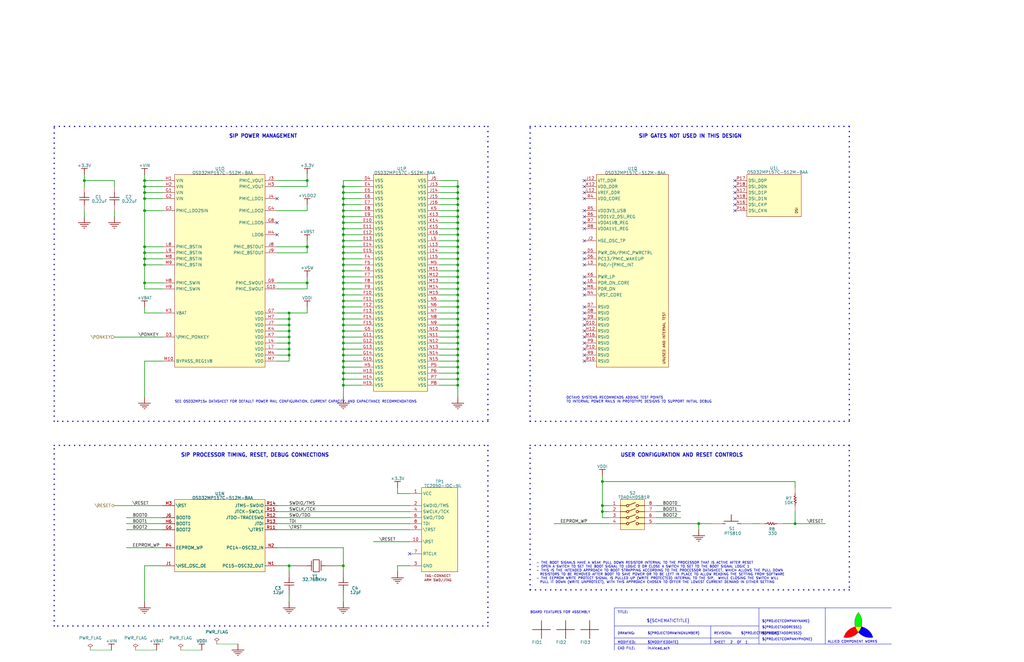
<source format=kicad_sch>
(kicad_sch (version 20210621) (generator eeschema)
  (paper "B")
  (title_block (title "<title>"))
  (junction (at 35.56 76.2) (diameter 1.016))
  (junction (at 60.96 76.2) (diameter 1.016))
  (junction (at 60.96 78.74) (diameter 1.016))
  (junction (at 60.96 81.28) (diameter 1.016))
  (junction (at 60.96 83.82) (diameter 1.016))
  (junction (at 60.96 88.9) (diameter 1.016))
  (junction (at 60.96 104.14) (diameter 1.016))
  (junction (at 60.96 106.68) (diameter 1.016))
  (junction (at 60.96 109.22) (diameter 1.016))
  (junction (at 60.96 111.76) (diameter 1.016))
  (junction (at 60.96 119.38) (diameter 1.016))
  (junction (at 121.92 132.08) (diameter 1.016))
  (junction (at 121.92 134.62) (diameter 1.016))
  (junction (at 121.92 137.16) (diameter 1.016))
  (junction (at 121.92 139.7) (diameter 1.016))
  (junction (at 121.92 142.24) (diameter 1.016))
  (junction (at 121.92 144.78) (diameter 1.016))
  (junction (at 121.92 147.32) (diameter 1.016))
  (junction (at 121.92 149.86) (diameter 1.016))
  (junction (at 121.92 238.76) (diameter 1.016))
  (junction (at 129.54 76.2) (diameter 1.016))
  (junction (at 129.54 104.14) (diameter 1.016))
  (junction (at 129.54 119.38) (diameter 1.016))
  (junction (at 144.78 78.74) (diameter 1.016))
  (junction (at 144.78 81.28) (diameter 1.016))
  (junction (at 144.78 83.82) (diameter 1.016))
  (junction (at 144.78 86.36) (diameter 1.016))
  (junction (at 144.78 88.9) (diameter 1.016))
  (junction (at 144.78 91.44) (diameter 1.016))
  (junction (at 144.78 93.98) (diameter 1.016))
  (junction (at 144.78 96.52) (diameter 1.016))
  (junction (at 144.78 99.06) (diameter 1.016))
  (junction (at 144.78 101.6) (diameter 1.016))
  (junction (at 144.78 104.14) (diameter 1.016))
  (junction (at 144.78 106.68) (diameter 1.016))
  (junction (at 144.78 109.22) (diameter 1.016))
  (junction (at 144.78 111.76) (diameter 1.016))
  (junction (at 144.78 114.3) (diameter 1.016))
  (junction (at 144.78 116.84) (diameter 1.016))
  (junction (at 144.78 119.38) (diameter 1.016))
  (junction (at 144.78 121.92) (diameter 1.016))
  (junction (at 144.78 124.46) (diameter 1.016))
  (junction (at 144.78 127) (diameter 1.016))
  (junction (at 144.78 129.54) (diameter 1.016))
  (junction (at 144.78 132.08) (diameter 1.016))
  (junction (at 144.78 134.62) (diameter 1.016))
  (junction (at 144.78 137.16) (diameter 1.016))
  (junction (at 144.78 139.7) (diameter 1.016))
  (junction (at 144.78 142.24) (diameter 1.016))
  (junction (at 144.78 144.78) (diameter 1.016))
  (junction (at 144.78 147.32) (diameter 1.016))
  (junction (at 144.78 149.86) (diameter 1.016))
  (junction (at 144.78 152.4) (diameter 1.016))
  (junction (at 144.78 154.94) (diameter 1.016))
  (junction (at 144.78 157.48) (diameter 1.016))
  (junction (at 144.78 160.02) (diameter 1.016))
  (junction (at 144.78 162.56) (diameter 1.016))
  (junction (at 144.78 238.76) (diameter 1.016))
  (junction (at 193.04 78.74) (diameter 1.016))
  (junction (at 193.04 81.28) (diameter 1.016))
  (junction (at 193.04 83.82) (diameter 1.016))
  (junction (at 193.04 86.36) (diameter 1.016))
  (junction (at 193.04 88.9) (diameter 1.016))
  (junction (at 193.04 91.44) (diameter 1.016))
  (junction (at 193.04 93.98) (diameter 1.016))
  (junction (at 193.04 96.52) (diameter 1.016))
  (junction (at 193.04 99.06) (diameter 1.016))
  (junction (at 193.04 101.6) (diameter 1.016))
  (junction (at 193.04 104.14) (diameter 1.016))
  (junction (at 193.04 106.68) (diameter 1.016))
  (junction (at 193.04 109.22) (diameter 1.016))
  (junction (at 193.04 111.76) (diameter 1.016))
  (junction (at 193.04 114.3) (diameter 1.016))
  (junction (at 193.04 116.84) (diameter 1.016))
  (junction (at 193.04 119.38) (diameter 1.016))
  (junction (at 193.04 121.92) (diameter 1.016))
  (junction (at 193.04 124.46) (diameter 1.016))
  (junction (at 193.04 127) (diameter 1.016))
  (junction (at 193.04 129.54) (diameter 1.016))
  (junction (at 193.04 132.08) (diameter 1.016))
  (junction (at 193.04 134.62) (diameter 1.016))
  (junction (at 193.04 137.16) (diameter 1.016))
  (junction (at 193.04 139.7) (diameter 1.016))
  (junction (at 193.04 142.24) (diameter 1.016))
  (junction (at 193.04 144.78) (diameter 1.016))
  (junction (at 193.04 147.32) (diameter 1.016))
  (junction (at 193.04 149.86) (diameter 1.016))
  (junction (at 193.04 152.4) (diameter 1.016))
  (junction (at 193.04 154.94) (diameter 1.016))
  (junction (at 193.04 157.48) (diameter 1.016))
  (junction (at 193.04 160.02) (diameter 1.016))
  (junction (at 193.04 162.56) (diameter 1.016))
  (junction (at 254 203.2) (diameter 1.016))
  (junction (at 254 213.36) (diameter 1.016))
  (junction (at 254 215.9) (diameter 1.016))
  (junction (at 294.64 220.98) (diameter 1.016))
  (junction (at 335.28 220.98) (diameter 1.016))
  (no_connect (at 116.84 83.82))
  (no_connect (at 116.84 93.98))
  (no_connect (at 116.84 99.06))
  (no_connect (at 172.72 233.68))
  (no_connect (at 246.38 76.2))
  (no_connect (at 246.38 78.74))
  (no_connect (at 246.38 81.28))
  (no_connect (at 246.38 83.82))
  (no_connect (at 246.38 88.9))
  (no_connect (at 246.38 91.44))
  (no_connect (at 246.38 93.98))
  (no_connect (at 246.38 96.52))
  (no_connect (at 246.38 101.6))
  (no_connect (at 246.38 106.68))
  (no_connect (at 246.38 109.22))
  (no_connect (at 246.38 111.76))
  (no_connect (at 246.38 116.84))
  (no_connect (at 246.38 119.38))
  (no_connect (at 246.38 121.92))
  (no_connect (at 246.38 124.46))
  (no_connect (at 246.38 129.54))
  (no_connect (at 246.38 132.08))
  (no_connect (at 246.38 134.62))
  (no_connect (at 246.38 137.16))
  (no_connect (at 246.38 139.7))
  (no_connect (at 246.38 142.24))
  (no_connect (at 246.38 144.78))
  (no_connect (at 246.38 147.32))
  (no_connect (at 246.38 149.86))
  (no_connect (at 246.38 152.4))
  (no_connect (at 309.88 76.2))
  (no_connect (at 309.88 78.74))
  (no_connect (at 309.88 81.28))
  (no_connect (at 309.88 83.82))
  (no_connect (at 309.88 86.36))
  (no_connect (at 309.88 88.9))
  (wire (pts (xy 35.56 73.66) (xy 35.56 76.2)) (stroke (width 0.254)))
  (wire (pts (xy 35.56 76.2) (xy 35.56 78.74)) (stroke (width 0.254)))
  (wire (pts (xy 35.56 76.2) (xy 48.26 76.2)) (stroke (width 0.254)))
  (wire (pts (xy 35.56 91.44) (xy 35.56 88.9)) (stroke (width 0.254)))
  (wire (pts (xy 38.1 274.32) (xy 46.99 274.32)))
  (wire (pts (xy 48.26 76.2) (xy 48.26 78.74)) (stroke (width 0.254)))
  (wire (pts (xy 48.26 91.44) (xy 48.26 88.9)) (stroke (width 0.254)))
  (wire (pts (xy 48.26 142.24) (xy 68.58 142.24)) (stroke (width 0.254)))
  (wire (pts (xy 57.15 274.32) (xy 66.04 274.32)))
  (wire (pts (xy 60.96 76.2) (xy 60.96 73.66)) (stroke (width 0.254)))
  (wire (pts (xy 60.96 78.74) (xy 60.96 76.2)) (stroke (width 0.254)))
  (wire (pts (xy 60.96 81.28) (xy 60.96 78.74)) (stroke (width 0.254)))
  (wire (pts (xy 60.96 83.82) (xy 60.96 81.28)) (stroke (width 0.254)))
  (wire (pts (xy 60.96 88.9) (xy 60.96 83.82)) (stroke (width 0.254)))
  (wire (pts (xy 60.96 104.14) (xy 60.96 88.9)) (stroke (width 0.254)))
  (wire (pts (xy 60.96 106.68) (xy 60.96 104.14)) (stroke (width 0.254)))
  (wire (pts (xy 60.96 109.22) (xy 60.96 106.68)) (stroke (width 0.254)))
  (wire (pts (xy 60.96 111.76) (xy 60.96 109.22)) (stroke (width 0.254)))
  (wire (pts (xy 60.96 119.38) (xy 60.96 111.76)) (stroke (width 0.254)))
  (wire (pts (xy 60.96 121.92) (xy 60.96 119.38)) (stroke (width 0.254)))
  (wire (pts (xy 60.96 132.08) (xy 60.96 129.54)) (stroke (width 0.254)))
  (wire (pts (xy 60.96 152.4) (xy 68.58 152.4)) (stroke (width 0.254)))
  (wire (pts (xy 60.96 167.64) (xy 60.96 152.4)) (stroke (width 0.254)))
  (wire (pts (xy 60.96 238.76) (xy 68.58 238.76)) (stroke (width 0.254)))
  (wire (pts (xy 60.96 254) (xy 60.96 238.76)) (stroke (width 0.254)))
  (wire (pts (xy 68.58 76.2) (xy 60.96 76.2)) (stroke (width 0.254)))
  (wire (pts (xy 68.58 78.74) (xy 60.96 78.74)) (stroke (width 0.254)))
  (wire (pts (xy 68.58 81.28) (xy 60.96 81.28)) (stroke (width 0.254)))
  (wire (pts (xy 68.58 83.82) (xy 60.96 83.82)) (stroke (width 0.254)))
  (wire (pts (xy 68.58 88.9) (xy 60.96 88.9)) (stroke (width 0.254)))
  (wire (pts (xy 68.58 104.14) (xy 60.96 104.14)) (stroke (width 0.254)))
  (wire (pts (xy 68.58 106.68) (xy 60.96 106.68)) (stroke (width 0.254)))
  (wire (pts (xy 68.58 109.22) (xy 60.96 109.22)) (stroke (width 0.254)))
  (wire (pts (xy 68.58 111.76) (xy 60.96 111.76)) (stroke (width 0.254)))
  (wire (pts (xy 68.58 119.38) (xy 60.96 119.38)) (stroke (width 0.254)))
  (wire (pts (xy 68.58 121.92) (xy 60.96 121.92)) (stroke (width 0.254)))
  (wire (pts (xy 68.58 132.08) (xy 60.96 132.08)) (stroke (width 0.254)))
  (wire (pts (xy 68.58 213.36) (xy 48.26 213.36)) (stroke (width 0.254)))
  (wire (pts (xy 68.58 218.44) (xy 53.34 218.44)) (stroke (width 0.254)))
  (wire (pts (xy 68.58 220.98) (xy 53.34 220.98)) (stroke (width 0.254)))
  (wire (pts (xy 68.58 223.52) (xy 53.34 223.52)) (stroke (width 0.254)))
  (wire (pts (xy 68.58 231.14) (xy 53.34 231.14)) (stroke (width 0.254)))
  (wire (pts (xy 76.2 274.32) (xy 85.09 274.32)))
  (wire (pts (xy 91.44 271.78) (xy 100.33 271.78)))
  (wire (pts (xy 116.84 78.74) (xy 129.54 78.74)) (stroke (width 0.254)))
  (wire (pts (xy 116.84 104.14) (xy 129.54 104.14)) (stroke (width 0.254)))
  (wire (pts (xy 116.84 106.68) (xy 129.54 106.68)) (stroke (width 0.254)))
  (wire (pts (xy 116.84 119.38) (xy 129.54 119.38)) (stroke (width 0.254)))
  (wire (pts (xy 116.84 121.92) (xy 129.54 121.92)) (stroke (width 0.254)))
  (wire (pts (xy 116.84 134.62) (xy 121.92 134.62)) (stroke (width 0.254)))
  (wire (pts (xy 116.84 137.16) (xy 121.92 137.16)) (stroke (width 0.254)))
  (wire (pts (xy 116.84 139.7) (xy 121.92 139.7)) (stroke (width 0.254)))
  (wire (pts (xy 116.84 142.24) (xy 121.92 142.24)) (stroke (width 0.254)))
  (wire (pts (xy 116.84 144.78) (xy 121.92 144.78)) (stroke (width 0.254)))
  (wire (pts (xy 116.84 149.86) (xy 121.92 149.86)) (stroke (width 0.254)))
  (wire (pts (xy 116.84 152.4) (xy 121.92 152.4)) (stroke (width 0.254)))
  (wire (pts (xy 116.84 231.14) (xy 144.78 231.14)) (stroke (width 0.254)))
  (wire (pts (xy 116.84 238.76) (xy 121.92 238.76)) (stroke (width 0.254)))
  (wire (pts (xy 121.92 132.08) (xy 116.84 132.08)) (stroke (width 0.254)))
  (wire (pts (xy 121.92 132.08) (xy 129.54 132.08)) (stroke (width 0.254)))
  (wire (pts (xy 121.92 134.62) (xy 121.92 132.08)) (stroke (width 0.254)))
  (wire (pts (xy 121.92 137.16) (xy 121.92 134.62)) (stroke (width 0.254)))
  (wire (pts (xy 121.92 139.7) (xy 121.92 137.16)) (stroke (width 0.254)))
  (wire (pts (xy 121.92 142.24) (xy 121.92 139.7)) (stroke (width 0.254)))
  (wire (pts (xy 121.92 144.78) (xy 121.92 142.24)) (stroke (width 0.254)))
  (wire (pts (xy 121.92 147.32) (xy 116.84 147.32)) (stroke (width 0.254)))
  (wire (pts (xy 121.92 147.32) (xy 121.92 144.78)) (stroke (width 0.254)))
  (wire (pts (xy 121.92 149.86) (xy 121.92 147.32)) (stroke (width 0.254)))
  (wire (pts (xy 121.92 152.4) (xy 121.92 149.86)) (stroke (width 0.254)))
  (wire (pts (xy 121.92 238.76) (xy 124.46 238.76)) (stroke (width 0.254)))
  (wire (pts (xy 121.92 241.3) (xy 121.92 238.76)) (stroke (width 0.254)))
  (wire (pts (xy 121.92 254) (xy 121.92 251.46)) (stroke (width 0.254)))
  (wire (pts (xy 129.54 73.66) (xy 129.54 76.2)) (stroke (width 0.254)))
  (wire (pts (xy 129.54 76.2) (xy 116.84 76.2)) (stroke (width 0.254)))
  (wire (pts (xy 129.54 78.74) (xy 129.54 76.2)) (stroke (width 0.254)))
  (wire (pts (xy 129.54 86.36) (xy 129.54 88.9)) (stroke (width 0.254)))
  (wire (pts (xy 129.54 88.9) (xy 116.84 88.9)) (stroke (width 0.254)))
  (wire (pts (xy 129.54 104.14) (xy 129.54 101.6)) (stroke (width 0.254)))
  (wire (pts (xy 129.54 106.68) (xy 129.54 104.14)) (stroke (width 0.254)))
  (wire (pts (xy 129.54 119.38) (xy 129.54 116.84)) (stroke (width 0.254)))
  (wire (pts (xy 129.54 121.92) (xy 129.54 119.38)) (stroke (width 0.254)))
  (wire (pts (xy 129.54 132.08) (xy 129.54 129.54)) (stroke (width 0.254)))
  (wire (pts (xy 144.78 76.2) (xy 144.78 78.74)) (stroke (width 0.254)))
  (wire (pts (xy 144.78 78.74) (xy 144.78 81.28)) (stroke (width 0.254)))
  (wire (pts (xy 144.78 81.28) (xy 144.78 83.82)) (stroke (width 0.254)))
  (wire (pts (xy 144.78 83.82) (xy 144.78 86.36)) (stroke (width 0.254)))
  (wire (pts (xy 144.78 86.36) (xy 144.78 88.9)) (stroke (width 0.254)))
  (wire (pts (xy 144.78 88.9) (xy 144.78 91.44)) (stroke (width 0.254)))
  (wire (pts (xy 144.78 91.44) (xy 144.78 93.98)) (stroke (width 0.254)))
  (wire (pts (xy 144.78 93.98) (xy 144.78 96.52)) (stroke (width 0.254)))
  (wire (pts (xy 144.78 96.52) (xy 144.78 99.06)) (stroke (width 0.254)))
  (wire (pts (xy 144.78 99.06) (xy 144.78 101.6)) (stroke (width 0.254)))
  (wire (pts (xy 144.78 101.6) (xy 144.78 104.14)) (stroke (width 0.254)))
  (wire (pts (xy 144.78 104.14) (xy 144.78 106.68)) (stroke (width 0.254)))
  (wire (pts (xy 144.78 106.68) (xy 144.78 109.22)) (stroke (width 0.254)))
  (wire (pts (xy 144.78 109.22) (xy 144.78 111.76)) (stroke (width 0.254)))
  (wire (pts (xy 144.78 111.76) (xy 144.78 114.3)) (stroke (width 0.254)))
  (wire (pts (xy 144.78 114.3) (xy 144.78 116.84)) (stroke (width 0.254)))
  (wire (pts (xy 144.78 116.84) (xy 144.78 119.38)) (stroke (width 0.254)))
  (wire (pts (xy 144.78 119.38) (xy 144.78 121.92)) (stroke (width 0.254)))
  (wire (pts (xy 144.78 121.92) (xy 144.78 124.46)) (stroke (width 0.254)))
  (wire (pts (xy 144.78 124.46) (xy 144.78 127)) (stroke (width 0.254)))
  (wire (pts (xy 144.78 127) (xy 144.78 129.54)) (stroke (width 0.254)))
  (wire (pts (xy 144.78 129.54) (xy 144.78 132.08)) (stroke (width 0.254)))
  (wire (pts (xy 144.78 132.08) (xy 144.78 134.62)) (stroke (width 0.254)))
  (wire (pts (xy 144.78 134.62) (xy 144.78 137.16)) (stroke (width 0.254)))
  (wire (pts (xy 144.78 137.16) (xy 144.78 139.7)) (stroke (width 0.254)))
  (wire (pts (xy 144.78 139.7) (xy 144.78 142.24)) (stroke (width 0.254)))
  (wire (pts (xy 144.78 142.24) (xy 144.78 144.78)) (stroke (width 0.254)))
  (wire (pts (xy 144.78 144.78) (xy 144.78 147.32)) (stroke (width 0.254)))
  (wire (pts (xy 144.78 147.32) (xy 144.78 149.86)) (stroke (width 0.254)))
  (wire (pts (xy 144.78 149.86) (xy 144.78 152.4)) (stroke (width 0.254)))
  (wire (pts (xy 144.78 152.4) (xy 144.78 154.94)) (stroke (width 0.254)))
  (wire (pts (xy 144.78 154.94) (xy 144.78 157.48)) (stroke (width 0.254)))
  (wire (pts (xy 144.78 157.48) (xy 144.78 160.02)) (stroke (width 0.254)))
  (wire (pts (xy 144.78 160.02) (xy 144.78 162.56)) (stroke (width 0.254)))
  (wire (pts (xy 144.78 162.56) (xy 144.78 167.64)) (stroke (width 0.254)))
  (wire (pts (xy 144.78 231.14) (xy 144.78 238.76)) (stroke (width 0.254)))
  (wire (pts (xy 144.78 238.76) (xy 142.24 238.76)) (stroke (width 0.254)))
  (wire (pts (xy 144.78 238.76) (xy 144.78 241.3)) (stroke (width 0.254)))
  (wire (pts (xy 144.78 254) (xy 144.78 251.46)) (stroke (width 0.254)))
  (wire (pts (xy 152.4 76.2) (xy 144.78 76.2)) (stroke (width 0.254)))
  (wire (pts (xy 152.4 78.74) (xy 144.78 78.74)) (stroke (width 0.254)))
  (wire (pts (xy 152.4 81.28) (xy 144.78 81.28)) (stroke (width 0.254)))
  (wire (pts (xy 152.4 83.82) (xy 144.78 83.82)) (stroke (width 0.254)))
  (wire (pts (xy 152.4 86.36) (xy 144.78 86.36)) (stroke (width 0.254)))
  (wire (pts (xy 152.4 88.9) (xy 144.78 88.9)) (stroke (width 0.254)))
  (wire (pts (xy 152.4 91.44) (xy 144.78 91.44)) (stroke (width 0.254)))
  (wire (pts (xy 152.4 93.98) (xy 144.78 93.98)) (stroke (width 0.254)))
  (wire (pts (xy 152.4 96.52) (xy 144.78 96.52)) (stroke (width 0.254)))
  (wire (pts (xy 152.4 99.06) (xy 144.78 99.06)) (stroke (width 0.254)))
  (wire (pts (xy 152.4 101.6) (xy 144.78 101.6)) (stroke (width 0.254)))
  (wire (pts (xy 152.4 104.14) (xy 144.78 104.14)) (stroke (width 0.254)))
  (wire (pts (xy 152.4 106.68) (xy 144.78 106.68)) (stroke (width 0.254)))
  (wire (pts (xy 152.4 109.22) (xy 144.78 109.22)) (stroke (width 0.254)))
  (wire (pts (xy 152.4 111.76) (xy 144.78 111.76)) (stroke (width 0.254)))
  (wire (pts (xy 152.4 114.3) (xy 144.78 114.3)) (stroke (width 0.254)))
  (wire (pts (xy 152.4 116.84) (xy 144.78 116.84)) (stroke (width 0.254)))
  (wire (pts (xy 152.4 119.38) (xy 144.78 119.38)) (stroke (width 0.254)))
  (wire (pts (xy 152.4 121.92) (xy 144.78 121.92)) (stroke (width 0.254)))
  (wire (pts (xy 152.4 124.46) (xy 144.78 124.46)) (stroke (width 0.254)))
  (wire (pts (xy 152.4 127) (xy 144.78 127)) (stroke (width 0.254)))
  (wire (pts (xy 152.4 129.54) (xy 144.78 129.54)) (stroke (width 0.254)))
  (wire (pts (xy 152.4 132.08) (xy 144.78 132.08)) (stroke (width 0.254)))
  (wire (pts (xy 152.4 134.62) (xy 144.78 134.62)) (stroke (width 0.254)))
  (wire (pts (xy 152.4 137.16) (xy 144.78 137.16)) (stroke (width 0.254)))
  (wire (pts (xy 152.4 139.7) (xy 144.78 139.7)) (stroke (width 0.254)))
  (wire (pts (xy 152.4 142.24) (xy 144.78 142.24)) (stroke (width 0.254)))
  (wire (pts (xy 152.4 144.78) (xy 144.78 144.78)) (stroke (width 0.254)))
  (wire (pts (xy 152.4 147.32) (xy 144.78 147.32)) (stroke (width 0.254)))
  (wire (pts (xy 152.4 149.86) (xy 144.78 149.86)) (stroke (width 0.254)))
  (wire (pts (xy 152.4 152.4) (xy 144.78 152.4)) (stroke (width 0.254)))
  (wire (pts (xy 152.4 154.94) (xy 144.78 154.94)) (stroke (width 0.254)))
  (wire (pts (xy 152.4 157.48) (xy 144.78 157.48)) (stroke (width 0.254)))
  (wire (pts (xy 152.4 160.02) (xy 144.78 160.02)) (stroke (width 0.254)))
  (wire (pts (xy 152.4 162.56) (xy 144.78 162.56)) (stroke (width 0.254)))
  (wire (pts (xy 167.64 208.28) (xy 167.64 205.74)) (stroke (width 0.254)))
  (wire (pts (xy 167.64 238.76) (xy 167.64 241.3)) (stroke (width 0.254)))
  (wire (pts (xy 172.72 208.28) (xy 167.64 208.28)) (stroke (width 0.254)))
  (wire (pts (xy 172.72 213.36) (xy 116.84 213.36)) (stroke (width 0.254)))
  (wire (pts (xy 172.72 215.9) (xy 116.84 215.9)) (stroke (width 0.254)))
  (wire (pts (xy 172.72 218.44) (xy 116.84 218.44)) (stroke (width 0.254)))
  (wire (pts (xy 172.72 220.98) (xy 116.84 220.98)) (stroke (width 0.254)))
  (wire (pts (xy 172.72 223.52) (xy 116.84 223.52)) (stroke (width 0.254)))
  (wire (pts (xy 172.72 228.6) (xy 157.48 228.6)) (stroke (width 0.254)))
  (wire (pts (xy 172.72 238.76) (xy 167.64 238.76)) (stroke (width 0.254)))
  (wire (pts (xy 185.42 76.2) (xy 193.04 76.2)) (stroke (width 0.254)))
  (wire (pts (xy 193.04 76.2) (xy 193.04 78.74)) (stroke (width 0.254)))
  (wire (pts (xy 193.04 78.74) (xy 185.42 78.74)) (stroke (width 0.254)))
  (wire (pts (xy 193.04 78.74) (xy 193.04 81.28)) (stroke (width 0.254)))
  (wire (pts (xy 193.04 81.28) (xy 185.42 81.28)) (stroke (width 0.254)))
  (wire (pts (xy 193.04 81.28) (xy 193.04 83.82)) (stroke (width 0.254)))
  (wire (pts (xy 193.04 83.82) (xy 185.42 83.82)) (stroke (width 0.254)))
  (wire (pts (xy 193.04 83.82) (xy 193.04 86.36)) (stroke (width 0.254)))
  (wire (pts (xy 193.04 86.36) (xy 185.42 86.36)) (stroke (width 0.254)))
  (wire (pts (xy 193.04 86.36) (xy 193.04 88.9)) (stroke (width 0.254)))
  (wire (pts (xy 193.04 88.9) (xy 185.42 88.9)) (stroke (width 0.254)))
  (wire (pts (xy 193.04 88.9) (xy 193.04 91.44)) (stroke (width 0.254)))
  (wire (pts (xy 193.04 91.44) (xy 185.42 91.44)) (stroke (width 0.254)))
  (wire (pts (xy 193.04 91.44) (xy 193.04 93.98)) (stroke (width 0.254)))
  (wire (pts (xy 193.04 93.98) (xy 185.42 93.98)) (stroke (width 0.254)))
  (wire (pts (xy 193.04 93.98) (xy 193.04 96.52)) (stroke (width 0.254)))
  (wire (pts (xy 193.04 96.52) (xy 185.42 96.52)) (stroke (width 0.254)))
  (wire (pts (xy 193.04 96.52) (xy 193.04 99.06)) (stroke (width 0.254)))
  (wire (pts (xy 193.04 99.06) (xy 185.42 99.06)) (stroke (width 0.254)))
  (wire (pts (xy 193.04 99.06) (xy 193.04 101.6)) (stroke (width 0.254)))
  (wire (pts (xy 193.04 101.6) (xy 185.42 101.6)) (stroke (width 0.254)))
  (wire (pts (xy 193.04 101.6) (xy 193.04 104.14)) (stroke (width 0.254)))
  (wire (pts (xy 193.04 104.14) (xy 185.42 104.14)) (stroke (width 0.254)))
  (wire (pts (xy 193.04 104.14) (xy 193.04 106.68)) (stroke (width 0.254)))
  (wire (pts (xy 193.04 106.68) (xy 185.42 106.68)) (stroke (width 0.254)))
  (wire (pts (xy 193.04 106.68) (xy 193.04 109.22)) (stroke (width 0.254)))
  (wire (pts (xy 193.04 109.22) (xy 185.42 109.22)) (stroke (width 0.254)))
  (wire (pts (xy 193.04 109.22) (xy 193.04 111.76)) (stroke (width 0.254)))
  (wire (pts (xy 193.04 111.76) (xy 185.42 111.76)) (stroke (width 0.254)))
  (wire (pts (xy 193.04 111.76) (xy 193.04 114.3)) (stroke (width 0.254)))
  (wire (pts (xy 193.04 114.3) (xy 185.42 114.3)) (stroke (width 0.254)))
  (wire (pts (xy 193.04 114.3) (xy 193.04 116.84)) (stroke (width 0.254)))
  (wire (pts (xy 193.04 116.84) (xy 185.42 116.84)) (stroke (width 0.254)))
  (wire (pts (xy 193.04 116.84) (xy 193.04 119.38)) (stroke (width 0.254)))
  (wire (pts (xy 193.04 119.38) (xy 185.42 119.38)) (stroke (width 0.254)))
  (wire (pts (xy 193.04 119.38) (xy 193.04 121.92)) (stroke (width 0.254)))
  (wire (pts (xy 193.04 121.92) (xy 185.42 121.92)) (stroke (width 0.254)))
  (wire (pts (xy 193.04 121.92) (xy 193.04 124.46)) (stroke (width 0.254)))
  (wire (pts (xy 193.04 124.46) (xy 185.42 124.46)) (stroke (width 0.254)))
  (wire (pts (xy 193.04 124.46) (xy 193.04 127)) (stroke (width 0.254)))
  (wire (pts (xy 193.04 127) (xy 185.42 127)) (stroke (width 0.254)))
  (wire (pts (xy 193.04 127) (xy 193.04 129.54)) (stroke (width 0.254)))
  (wire (pts (xy 193.04 129.54) (xy 185.42 129.54)) (stroke (width 0.254)))
  (wire (pts (xy 193.04 129.54) (xy 193.04 132.08)) (stroke (width 0.254)))
  (wire (pts (xy 193.04 132.08) (xy 185.42 132.08)) (stroke (width 0.254)))
  (wire (pts (xy 193.04 132.08) (xy 193.04 134.62)) (stroke (width 0.254)))
  (wire (pts (xy 193.04 134.62) (xy 185.42 134.62)) (stroke (width 0.254)))
  (wire (pts (xy 193.04 134.62) (xy 193.04 137.16)) (stroke (width 0.254)))
  (wire (pts (xy 193.04 137.16) (xy 185.42 137.16)) (stroke (width 0.254)))
  (wire (pts (xy 193.04 137.16) (xy 193.04 139.7)) (stroke (width 0.254)))
  (wire (pts (xy 193.04 139.7) (xy 185.42 139.7)) (stroke (width 0.254)))
  (wire (pts (xy 193.04 139.7) (xy 193.04 142.24)) (stroke (width 0.254)))
  (wire (pts (xy 193.04 142.24) (xy 185.42 142.24)) (stroke (width 0.254)))
  (wire (pts (xy 193.04 142.24) (xy 193.04 144.78)) (stroke (width 0.254)))
  (wire (pts (xy 193.04 144.78) (xy 185.42 144.78)) (stroke (width 0.254)))
  (wire (pts (xy 193.04 144.78) (xy 193.04 147.32)) (stroke (width 0.254)))
  (wire (pts (xy 193.04 147.32) (xy 185.42 147.32)) (stroke (width 0.254)))
  (wire (pts (xy 193.04 147.32) (xy 193.04 149.86)) (stroke (width 0.254)))
  (wire (pts (xy 193.04 149.86) (xy 185.42 149.86)) (stroke (width 0.254)))
  (wire (pts (xy 193.04 149.86) (xy 193.04 152.4)) (stroke (width 0.254)))
  (wire (pts (xy 193.04 152.4) (xy 185.42 152.4)) (stroke (width 0.254)))
  (wire (pts (xy 193.04 152.4) (xy 193.04 154.94)) (stroke (width 0.254)))
  (wire (pts (xy 193.04 154.94) (xy 185.42 154.94)) (stroke (width 0.254)))
  (wire (pts (xy 193.04 154.94) (xy 193.04 157.48)) (stroke (width 0.254)))
  (wire (pts (xy 193.04 157.48) (xy 185.42 157.48)) (stroke (width 0.254)))
  (wire (pts (xy 193.04 157.48) (xy 193.04 160.02)) (stroke (width 0.254)))
  (wire (pts (xy 193.04 160.02) (xy 185.42 160.02)) (stroke (width 0.254)))
  (wire (pts (xy 193.04 160.02) (xy 193.04 162.56)) (stroke (width 0.254)))
  (wire (pts (xy 193.04 162.56) (xy 185.42 162.56)) (stroke (width 0.254)))
  (wire (pts (xy 193.04 162.56) (xy 193.04 167.64)) (stroke (width 0.254)))
  (wire (pts (xy 254 203.2) (xy 254 200.66)) (stroke (width 0.254)))
  (wire (pts (xy 254 203.2) (xy 335.28 203.2)) (stroke (width 0.254)))
  (wire (pts (xy 254 213.36) (xy 254 203.2)) (stroke (width 0.254)))
  (wire (pts (xy 254 215.9) (xy 254 213.36)) (stroke (width 0.254)))
  (wire (pts (xy 254 218.44) (xy 254 215.9)) (stroke (width 0.254)))
  (wire (pts (xy 256.54 213.36) (xy 254 213.36)) (stroke (width 0.254)))
  (wire (pts (xy 256.54 215.9) (xy 254 215.9)) (stroke (width 0.254)))
  (wire (pts (xy 256.54 218.44) (xy 254 218.44)) (stroke (width 0.254)))
  (wire (pts (xy 256.54 220.98) (xy 233.68 220.98)) (stroke (width 0.254)))
  (wire (pts (xy 276.86 213.36) (xy 287.02 213.36)) (stroke (width 0.254)))
  (wire (pts (xy 276.86 215.9) (xy 287.02 215.9)) (stroke (width 0.254)))
  (wire (pts (xy 276.86 218.44) (xy 287.02 218.44)) (stroke (width 0.254)))
  (wire (pts (xy 276.86 220.98) (xy 294.64 220.98)) (stroke (width 0.254)))
  (wire (pts (xy 294.64 220.98) (xy 299.72 220.98)) (stroke (width 0.254)))
  (wire (pts (xy 294.64 223.52) (xy 294.64 220.98)) (stroke (width 0.254)))
  (wire (pts (xy 317.5 220.98) (xy 320.04 220.98)) (stroke (width 0.254)))
  (wire (pts (xy 330.2 220.98) (xy 335.28 220.98)) (stroke (width 0.254)))
  (wire (pts (xy 335.28 203.2) (xy 335.28 205.74)) (stroke (width 0.254)))
  (wire (pts (xy 335.28 215.9) (xy 335.28 220.98)) (stroke (width 0.254)))
  (wire (pts (xy 335.28 220.98) (xy 347.98 220.98)) (stroke (width 0.254)))
  (polyline (pts (xy 22.86 53.34) (xy 205.74 53.34)) (stroke (width 0.508) (type dot)))
  (polyline (pts (xy 22.86 177.8) (xy 22.86 53.34)) (stroke (width 0.508) (type dot)))
  (polyline (pts (xy 22.86 187.96) (xy 205.74 187.96)) (stroke (width 0.508) (type dot)))
  (polyline (pts (xy 22.86 264.16) (xy 22.86 187.96)) (stroke (width 0.508) (type dot)))
  (polyline (pts (xy 205.74 53.34) (xy 205.74 177.8)) (stroke (width 0.508) (type dot)))
  (polyline (pts (xy 205.74 177.8) (xy 22.86 177.8)) (stroke (width 0.508) (type dot)))
  (polyline (pts (xy 205.74 187.96) (xy 205.74 264.16)) (stroke (width 0.508) (type dot)))
  (polyline (pts (xy 205.74 264.16) (xy 22.86 264.16)) (stroke (width 0.508) (type dot)))
  (polyline (pts (xy 223.52 53.34) (xy 358.14 53.34)) (stroke (width 0.508) (type dot)))
  (polyline (pts (xy 223.52 177.8) (xy 223.52 53.34)) (stroke (width 0.508) (type dot)))
  (polyline (pts (xy 223.52 187.96) (xy 358.14 187.96)) (stroke (width 0.508) (type dot)))
  (polyline (pts (xy 223.52 248.92) (xy 223.52 187.96)) (stroke (width 0.508) (type dot)))
  (polyline (pts (xy 259.08 256.54) (xy 259.08 274.32)) (stroke (width 0) (type solid)))
  (polyline (pts (xy 259.08 264.16) (xy 320.04 264.16)) (stroke (width 0) (type solid)))
  (polyline (pts (xy 259.08 269.24) (xy 320.04 269.24)) (stroke (width 0) (type solid)))
  (polyline (pts (xy 299.72 264.16) (xy 299.72 271.78)) (stroke (width 0) (type solid)))
  (polyline (pts (xy 320.04 256.54) (xy 320.04 271.78)) (stroke (width 0) (type solid)))
  (polyline (pts (xy 347.98 256.54) (xy 259.08 256.54)) (stroke (width 0) (type solid)))
  (polyline (pts (xy 347.98 256.54) (xy 347.98 271.78)) (stroke (width 0) (type solid)))
  (polyline (pts (xy 350.52 271.78) (xy 259.08 271.78)) (stroke (width 0) (type solid)))
  (polyline (pts (xy 350.52 271.78) (xy 375.92 271.78)) (stroke (width 0) (type solid)))
  (polyline (pts (xy 358.14 53.34) (xy 358.14 177.8)) (stroke (width 0.508) (type dot)))
  (polyline (pts (xy 358.14 177.8) (xy 223.52 177.8)) (stroke (width 0.508) (type dot)))
  (polyline (pts (xy 358.14 187.96) (xy 358.14 248.92)) (stroke (width 0.508) (type dot)))
  (polyline (pts (xy 358.14 248.92) (xy 223.52 248.92)) (stroke (width 0.508) (type dot)))
  (polyline (pts (xy 375.92 256.54) (xy 347.98 256.54)) (stroke (width 0) (type solid)))
  (image (at 361.9499 263.7911) (scale 1.0135))
  (text "SEE OSD32MP15x DATASHEET FOR DEFAULT POWER RAIL CONFIGURATION, CURRENT CAPACITY, AND CAPACITANCE RECOMMENDATIONS\n" (at 73.66 170.18 0) (effects (font (size 1.016 1.016)) (justify left bottom)))
  (text "SIP PROCESSOR TIMING, RESET, DEBUG CONNECTIONS" (at 76.2 193.04 180) (effects (font (size 1.524 1.524) bold) (justify left bottom)))
  (text "SIP POWER MANAGEMENT" (at 96.52 58.42 180) (effects (font (size 1.524 1.524) bold) (justify left bottom)))
  (text "BOARD FEATURES FOR ASSEMBLY" (at 223.52 259.08 180) (effects (font (size 1.016 1.016)) (justify left bottom)))
  (text "- THE BOOT SIGNALS HAVE A WEAK PULL DOWN RESISTOR INTERNAL TO THE PROCESSOR THAT IS ACTIVE AFTER RESET\n- OPEN A SWITCH TO SET THE BOOT SIGNAL TO LOGIC 0 OR CLOSE A SWITCH TO SET TO THE BOOT SIGNAL LOGIC 1\n- THIS IS THE INTENDED APPROACH TO BOOT STRAPPING ACCORDING TO THE PROCESSOR DATASHEET, WHICH ALLOWS THE PULL DOWN \n  RESISTORS TO BE REMOVED AFTER BOOT TO SAVE POWER OR TO BE LEFT IN PLACE TO ALLOW READING THE SETTING FROM SOFTWARE\n- THE EEPROM WRITE PROTECT SIGNAL IS PULLED UP (WRITE PROTECTED) INTERNAL TO THE SIP,  WHILE CLOSING THE SWITCH WILL \n  PULL IT DOWN (WRITE UNPROTECT), WITH THIS APPROACH CHOSEN TO OFFER THE LOWEST CURRENT DEMAND IN EITHER SETTING\n" (at 226.06 246.38 0) (effects (font (size 1.016 1.016)) (justify left bottom)))
  (text "OCTAVO SYSTEMS RECOMMENDS ADDING TEST POINTS \nTO INTERNAL POWER RAILS IN PROTOTYPE DESIGNS TO SUPPORT INITIAL DEBUG\n" (at 238.76 170.18 0) (effects (font (size 1.016 1.016)) (justify left bottom)))
  (text "TITLE:" (at 260.35 259.08 180) (effects (font (size 1.016 1.016)) (justify left bottom)))
  (text "DRAWING:" (at 260.35 267.97 180) (effects (font (size 1.016 1.016)) (justify left bottom)))
  (text "MODIFIED:" (at 260.35 271.78 180) (effects (font (size 1.016 1.016)) (justify left bottom)))
  (text "CAD FILE:" (at 260.35 274.32 180) (effects (font (size 1.016 1.016)) (justify left bottom)))
  (text "USER CONFIGURATION AND RESET CONTROLS" (at 261.62 193.04 180) (effects (font (size 1.524 1.524) bold) (justify left bottom)))
  (text "SIP GATES NOT USED IN THIS DESIGN" (at 269.24 58.42 180) (effects (font (size 1.524 1.524) bold) (justify left bottom)))
  (text "${PROJECTDRAWINGNUMBER}" (at 273.05 267.97 180) (effects (font (size 1.016 1.016)) (justify left bottom)))
  (text "${MODIFIEDDATE}" (at 273.05 271.78 180) (effects (font (size 1.016 1.016)) (justify left bottom)))
  (text "${FILENAME}" (at 273.05 274.32 180) (effects (font (size 1.016 1.016)) (justify left bottom)))
  (text "${SCHEMATICTITLE}" (at 290.83 262.89 180) (effects (font (size 1.27 1.27)) (justify right bottom)))
  (text "REVISION:" (at 300.99 267.97 180) (effects (font (size 1.016 1.016)) (justify left bottom)))
  (text "SHEET" (at 300.99 271.78 180) (effects (font (size 1.016 1.016)) (justify left bottom)))
  (text "${#}" (at 307.848 271.78 180) (effects (font (size 1.016 1.016)) (justify left bottom)))
  (text "OF" (at 310.642 271.78 180) (effects (font (size 1.016 1.016)) (justify left bottom)))
  (text "${PROJECTREVISION}" (at 312.42 267.97 180) (effects (font (size 1.016 1.016)) (justify left bottom)))
  (text "${##}" (at 314.198 271.78 180) (effects (font (size 1.016 1.016)) (justify left bottom)))
  (text "${PROJECTCOMPANYNAME}" (at 321.31 262.89 180) (effects (font (size 1.016 1.016)) (justify left bottom)))
  (text "${PROJECTADDRESS1}" (at 321.31 265.43 180) (effects (font (size 1.016 1.016)) (justify left bottom)))
  (text "${PROJECTADDRESS2}" (at 321.31 267.97 180) (effects (font (size 1.016 1.016)) (justify left bottom)))
  (text "${PROJECTCOMPANYPHONE}" (at 321.31 270.51 180) (effects (font (size 1.016 1.016)) (justify left bottom)))
  (text "ALLIED COMPONENT WORKS" (at 348.996 271.526 180) (effects (font (size 1.016 1.016)) (justify left bottom)))
  (label "\\RESET" (at 55.88 213.36 0))
  (label "BOOT0" (at 55.88 218.44 0))
  (label "BOOT1" (at 55.88 220.98 0))
  (label "BOOT2" (at 55.88 223.52 0))
  (label "EEPROM_WP" (at 55.88 231.14 0))
  (label "\\PONKEY" (at 58.42 142.24 0))
  (label "SWDIO/TMS" (at 121.92 213.36 0))
  (label "SWCLK/TCK" (at 121.92 215.9 0))
  (label "SWO/TDO" (at 121.92 218.44 0))
  (label "TDI" (at 121.92 220.98 0))
  (label "\\TRST" (at 121.92 223.52 0))
  (label "\\RESET" (at 160.02 228.6 0))
  (label "EEPROM_WP" (at 236.22 220.98 0))
  (label "BOOT0" (at 279.4 213.36 0))
  (label "BOOT1" (at 279.4 215.9 0))
  (label "BOOT2" (at 279.4 218.44 0))
  (label "\\RESET" (at 340.36 220.98 0))
  (hierarchical_label "\\PONKEY" (shape input) (at 48.26 142.24 180))
  (hierarchical_label "\\RESET" (shape bidirectional) (at 48.26 213.36 180))
  (symbol (lib_id "power:PWR_FLAG") (at 38.1 274.32 0) (unit 1)
    (property "Reference" "#FLG0105" (effects hide))
    (property "Value" "PWR_FLAG" (at 38.1 269.24 0))
  )
  (symbol (lib_id "power:PWR_FLAG") (at 57.15 274.32 0) (unit 1)
    (property "Reference" "#FLG0106" (effects hide))
    (property "Value" "PWR_FLAG" (at 57.15 269.24 0))
  )
  (symbol (lib_id "power:PWR_FLAG") (at 76.2 274.32 0) (unit 1)
    (property "Reference" "#FLG0107" (effects hide))
    (property "Value" "PWR_FLAG" (at 76.2 269.24 0))
  )
  (symbol (lib_id "power:PWR_FLAG") (at 91.44 271.78 0) (unit 1)
    (property "Reference" "#FLG0108" (effects hide))
    (property "Value" "PWR_FLAG" (at 91.44 266.7 0))
  )
  (symbol (lib_id "OSD19001_CORE-altium-import:+3.3V") (at 35.56 73.66 180) (unit 1)
    (property "Reference" "#PWR?" (effects hide))
    (property "Value" "+3.3V" (at 35.56 69.85 0))
  )
  (symbol (lib_id "OSD19001_CORE-altium-import:+VIN") (at 46.99 274.32 180) (unit 1)
    (property "Reference" "#PWR0105" (effects hide))
    (property "Value" "+VIN" (at 46.99 270.51 0))
  )
  (symbol (lib_id "OSD19001_CORE-altium-import:+VIN") (at 60.96 73.66 180) (unit 1)
    (property "Reference" "#PWR?" (effects hide))
    (property "Value" "+VIN" (at 60.96 69.85 0))
  )
  (symbol (lib_id "OSD19001_CORE-altium-import:+VBAT") (at 60.96 129.54 180) (unit 1)
    (property "Reference" "#PWR?" (effects hide))
    (property "Value" "+VBAT" (at 60.96 125.73 0))
  )
  (symbol (lib_id "OSD19001_CORE-altium-import:+VBAT") (at 66.04 274.32 180) (unit 1)
    (property "Reference" "#PWR0106" (effects hide))
    (property "Value" "+VBAT" (at 66.04 270.51 0))
  )
  (symbol (lib_id "OSD19001_CORE-altium-import:VDDI") (at 85.09 274.32 180) (unit 1)
    (property "Reference" "#PWR0107" (effects hide))
    (property "Value" "VDDI" (at 85.09 270.51 0))
  )
  (symbol (lib_id "OSD19001_CORE-altium-import:+3.3V") (at 129.54 73.66 180) (unit 1)
    (property "Reference" "#PWR?" (effects hide))
    (property "Value" "+3.3V" (at 129.54 69.85 0))
  )
  (symbol (lib_id "OSD19001_CORE-altium-import:+VLDO2") (at 129.54 86.36 180) (unit 1)
    (property "Reference" "#PWR?" (effects hide))
    (property "Value" "+VLDO2" (at 129.54 82.55 0))
  )
  (symbol (lib_id "OSD19001_CORE-altium-import:+VBST") (at 129.54 101.6 180) (unit 1)
    (property "Reference" "#PWR?" (effects hide))
    (property "Value" "+VBST" (at 129.54 97.79 0))
  )
  (symbol (lib_id "OSD19001_CORE-altium-import:+VSW") (at 129.54 116.84 180) (unit 1)
    (property "Reference" "#PWR?" (effects hide))
    (property "Value" "+VSW" (at 129.54 113.03 0))
  )
  (symbol (lib_id "OSD19001_CORE-altium-import:VDDI") (at 129.54 129.54 180) (unit 1)
    (property "Reference" "#PWR?" (effects hide))
    (property "Value" "VDDI" (at 129.54 125.73 0))
  )
  (symbol (lib_id "OSD19001_CORE-altium-import:+3.3V") (at 167.64 205.74 180) (unit 1)
    (property "Reference" "#PWR?" (effects hide))
    (property "Value" "+3.3V" (at 167.64 201.93 0))
  )
  (symbol (lib_id "OSD19001_CORE-altium-import:VDDI") (at 254 200.66 180) (unit 1)
    (property "Reference" "#PWR?" (effects hide))
    (property "Value" "VDDI" (at 254 196.85 0))
  )
  (symbol (lib_id "OSD19001_CORE-altium-import:0_RESISTOR") (at 330.2 220.98 0) (unit 1)
    (property "Reference" "R8" (at 324.104 224.028 0) (effects (justify left bottom)))
    (property "Value" "${ALTIUM_VALUE}" (at 323.85 225.806 0) (effects (justify left bottom)))
    (property "Footprint" "LP_0402_LOW" (effects hide))
    (property "ALTIUM_VALUE" "330" (effects hide))
    (property "TOLERANCE" "5%" (effects hide))
    (property "POWER" "0.1W" (effects hide))
    (property "VOLTAGE" "50V" (effects hide))
  )
  (symbol (lib_id "OSD19001_CORE-altium-import:1_mirrored_RESISTOR") (at 335.28 205.74 0) (unit 1)
    (property "Reference" "R7" (at 331.216 211.074 0) (effects (justify left bottom)))
    (property "Value" "${ALTIUM_VALUE}" (at 330.708 212.852 0) (effects (justify left bottom)))
    (property "Footprint" "LP_0402_LOW" (effects hide))
    (property "ALTIUM_VALUE" "10K" (effects hide))
    (property "TOLERANCE" "5%" (effects hide))
    (property "POWER" "0.1W" (effects hide))
    (property "VOLTAGE" "50V" (effects hide))
  )
  (symbol (lib_id "OSD19001_CORE-altium-import:GND") (at 35.56 91.44 0) (unit 1)
    (property "Reference" "#PWR?" (effects hide))
    (property "Value" "GND" (effects hide))
  )
  (symbol (lib_id "OSD19001_CORE-altium-import:GND") (at 48.26 91.44 0) (unit 1)
    (property "Reference" "#PWR?" (effects hide))
    (property "Value" "GND" (effects hide))
  )
  (symbol (lib_id "OSD19001_CORE-altium-import:GND") (at 60.96 167.64 0) (unit 1)
    (property "Reference" "#PWR?" (effects hide))
    (property "Value" "GND" (effects hide))
  )
  (symbol (lib_id "OSD19001_CORE-altium-import:GND") (at 60.96 254 0) (unit 1)
    (property "Reference" "#PWR?" (effects hide))
    (property "Value" "GND" (effects hide))
  )
  (symbol (lib_id "OSD19001_CORE-altium-import:GND") (at 100.33 271.78 0) (unit 1)
    (property "Reference" "#PWR0108" (effects hide))
    (property "Value" "GND" (effects hide))
  )
  (symbol (lib_id "OSD19001_CORE-altium-import:GND") (at 121.92 254 0) (unit 1)
    (property "Reference" "#PWR?" (effects hide))
    (property "Value" "GND" (effects hide))
  )
  (symbol (lib_id "OSD19001_CORE-altium-import:GND") (at 144.78 167.64 0) (unit 1)
    (property "Reference" "#PWR?" (effects hide))
    (property "Value" "GND" (effects hide))
  )
  (symbol (lib_id "OSD19001_CORE-altium-import:GND") (at 144.78 254 0) (unit 1)
    (property "Reference" "#PWR?" (effects hide))
    (property "Value" "GND" (effects hide))
  )
  (symbol (lib_id "OSD19001_CORE-altium-import:GND") (at 167.64 241.3 0) (unit 1)
    (property "Reference" "#PWR?" (effects hide))
    (property "Value" "GND" (effects hide))
  )
  (symbol (lib_id "OSD19001_CORE-altium-import:GND") (at 193.04 167.64 0) (unit 1)
    (property "Reference" "#PWR?" (effects hide))
    (property "Value" "GND" (effects hide))
  )
  (symbol (lib_id "OSD19001_CORE-altium-import:GND") (at 294.64 223.52 0) (unit 1)
    (property "Reference" "#PWR?" (effects hide))
    (property "Value" "GND" (effects hide))
  )
  (symbol (lib_id "OSD19001_CORE-altium-import:3_mirrored_CERCAP") (at 35.56 81.28 0) (unit 1)
    (property "Reference" "C1" (at 40.132 83.82 0) (effects (justify left bottom)))
    (property "Value" "${ALTIUM_VALUE}" (at 38.608 85.598 0) (effects (justify left bottom)))
    (property "Footprint" "LP_0603_HIGH" (effects hide))
    (property "ALTIUM_VALUE" "0.22uF" (effects hide))
    (property "TOLERANCE" "10%" (effects hide))
    (property "VOLTAGE" "25V" (effects hide))
  )
  (symbol (lib_id "OSD19001_CORE-altium-import:3_mirrored_CERCAP") (at 48.26 81.28 0) (unit 1)
    (property "Reference" "C2" (at 52.832 83.82 0) (effects (justify left bottom)))
    (property "Value" "${ALTIUM_VALUE}" (at 51.308 85.598 0) (effects (justify left bottom)))
    (property "Footprint" "LP_0603_HIGH" (effects hide))
    (property "ALTIUM_VALUE" "0.22uF" (effects hide))
    (property "TOLERANCE" "10%" (effects hide))
    (property "VOLTAGE" "25V" (effects hide))
  )
  (symbol (lib_id "OSD19001_CORE-altium-import:3_mirrored_CERCAP") (at 121.92 243.84 0) (unit 1)
    (property "Reference" "C3" (at 115.824 248.92 0) (effects (justify left bottom)))
    (property "Value" "${ALTIUM_VALUE}" (at 115.062 250.698 0) (effects (justify left bottom)))
    (property "Footprint" "LP_0402_HIGH" (effects hide))
    (property "PARTNUMBER" "*" (effects hide))
    (property "ALTIUM_VALUE" "12pF" (effects hide))
    (property "TOLERANCE" "10%" (effects hide))
    (property "VOLTAGE" "25V" (effects hide))
  )
  (symbol (lib_id "OSD19001_CORE-altium-import:3_mirrored_CERCAP") (at 144.78 243.84 0) (unit 1)
    (property "Reference" "C4" (at 148.336 248.92 0) (effects (justify left bottom)))
    (property "Value" "${ALTIUM_VALUE}" (at 147.574 250.698 0) (effects (justify left bottom)))
    (property "Footprint" "LP_0402_HIGH" (effects hide))
    (property "PARTNUMBER" "*" (effects hide))
    (property "ALTIUM_VALUE" "12pF" (effects hide))
    (property "TOLERANCE" "10%" (effects hide))
    (property "VOLTAGE" "25V" (effects hide))
  )
  (symbol (lib_id "OSD19001_CORE-altium-import:0_FIDUCIAL") (at 228.346 265.684 0) (unit 1)
    (property "Reference" "FID1" (at 224.282 271.78 0) (effects (justify left bottom)))
    (property "Value" "FID" (effects hide))
    (property "Footprint" "FID_ROUND_40_TOP" (effects hide))
  )
  (symbol (lib_id "OSD19001_CORE-altium-import:0_FIDUCIAL") (at 238.506 265.684 0) (unit 1)
    (property "Reference" "FID2" (at 234.442 271.78 0) (effects (justify left bottom)))
    (property "Value" "FID" (effects hide))
    (property "Footprint" "FID_ROUND_40_TOP" (effects hide))
  )
  (symbol (lib_id "OSD19001_CORE-altium-import:0_FIDUCIAL") (at 248.666 265.684 0) (unit 1)
    (property "Reference" "FID3" (at 244.602 271.78 0) (effects (justify left bottom)))
    (property "Value" "FID" (effects hide))
    (property "Footprint" "FID_ROUND_40_TOP" (effects hide))
  )
  (symbol (lib_id "OSD19001_CORE-altium-import:0_mirrored_TACT_SWITCH") (at 317.5 220.98 0) (unit 1)
    (property "Reference" "S1" (at 307.34 223.774 0) (effects (justify left bottom)))
    (property "Value" "${PARTNUMBER}" (at 305.308 225.806 0) (effects (justify left bottom)))
    (property "Footprint" "C&K_PTS810" (effects hide))
    (property "PARTNUMBER" "PTS810" (effects hide))
  )
  (symbol (lib_id "OSD19001_CORE-altium-import:0_mirrored_CRYSTAL_2PIN") (at 142.24 238.76 0) (unit 1)
    (property "Reference" "Y1" (at 134.112 243.84 0) (effects (justify right bottom)))
    (property "Value" "${FREQUENCY}" (at 137.922 243.84 0) (effects (justify right top)))
    (property "Footprint" "NDK_CRYSTAL_1.5X3.2" (effects hide))
    (property "FREQUENCY" "32.768KHz" (effects hide))
    (property "PARTNUMBER" "NX3215SA-32.768K-STD-MUA-9" (effects hide))
  )
  (symbol (lib_id "OSD19001_CORE-altium-import:0_DIP_SW_4") (at 261.62 210.82 0) (unit 1)
    (property "Reference" "S2" (at 265.43 208.788 0) (effects (justify left bottom)))
    (property "Value" "${PARTNUMBER}" (at 260.604 210.566 0) (effects (justify left bottom)))
    (property "Footprint" "C&K_TDA04" (effects hide))
    (property "PARTNUMBER" "TDA04H0SB1R" (effects hide))
  )
  (symbol (lib_id "OSD19001_CORE-altium-import:0_OSD32MP157C") (at 314.96 73.66 0) (unit 12)
    (property "Reference" "U1" (at 324.612 71.628 0) (effects (justify left bottom)))
    (property "Value" "${PARTNUMBER}" (at 314.96 73.406 0) (effects (justify left bottom)))
    (property "Footprint" "BGA_OCTAVO_SIP_OSD32MP157C" (effects hide))
    (property "PARTNUMBER" "OSD32MP157C-512M-BAA" (effects hide))
    (property "MANUFACTURER" "Octavo Systems" (effects hide))
    (property "COMPONENTLINK1DESCRIPTION" "TBD" (effects hide))
    (property "COMPONENTLINK1URL" "http://TBD" (effects hide))
  )
  (symbol (lib_id "OSD19001_CORE-altium-import:0_TC2050") (at 177.8 205.74 0) (unit 1)
    (property "Reference" "TP1" (at 183.642 203.962 0) (effects (justify left bottom)))
    (property "Value" "${PARTNUMBER}" (at 178.816 205.74 0) (effects (justify left bottom)))
    (property "Footprint" "TC2050_SITE_NL" (effects hide))
    (property "PARTNUMBER" "TC2050-IDC-NL" (effects hide))
  )
  (symbol (lib_id "OSD19001_CORE-altium-import:0_OSD32MP157C") (at 73.66 210.82 0) (unit 14)
    (property "Reference" "U1" (at 90.678 209.042 0) (effects (justify left bottom)))
    (property "Value" "${PARTNUMBER}" (at 81.026 210.82 0) (effects (justify left bottom)))
    (property "Footprint" "BGA_OCTAVO_SIP_OSD32MP157C" (effects hide))
    (property "PARTNUMBER" "OSD32MP157C-512M-BAA" (effects hide))
    (property "MANUFACTURER" "Octavo Systems" (effects hide))
    (property "COMPONENTLINK1DESCRIPTION" "TBD" (effects hide))
    (property "COMPONENTLINK1URL" "http://TBD" (effects hide))
  )
  (symbol (lib_id "OSD19001_CORE-altium-import:0_OSD32MP157C") (at 251.46 73.66 0) (unit 17)
    (property "Reference" "U1" (at 264.668 71.882 0) (effects (justify left bottom)))
    (property "Value" "${PARTNUMBER}" (at 255.016 73.66 0) (effects (justify left bottom)))
    (property "Footprint" "BGA_OCTAVO_SIP_OSD32MP157C" (effects hide))
    (property "PARTNUMBER" "OSD32MP157C-512M-BAA" (effects hide))
    (property "MANUFACTURER" "Octavo Systems" (effects hide))
    (property "COMPONENTLINK1DESCRIPTION" "TBD" (effects hide))
    (property "COMPONENTLINK1URL" "http://TBD" (effects hide))
  )
  (symbol (lib_id "OSD19001_CORE-altium-import:0_OSD32MP157C") (at 157.48 73.66 0) (unit 16)
    (property "Reference" "U1" (at 167.386 71.882 0) (effects (justify left bottom)))
    (property "Value" "${PARTNUMBER}" (at 157.734 73.66 0) (effects (justify left bottom)))
    (property "Footprint" "BGA_OCTAVO_SIP_OSD32MP157C" (effects hide))
    (property "PARTNUMBER" "OSD32MP157C-512M-BAA" (effects hide))
    (property "MANUFACTURER" "Octavo Systems" (effects hide))
    (property "COMPONENTLINK1DESCRIPTION" "TBD" (effects hide))
    (property "COMPONENTLINK1URL" "http://TBD" (effects hide))
  )
  (symbol (lib_id "OSD19001_CORE-altium-import:0_OSD32MP157C") (at 73.66 73.66 0) (unit 15)
    (property "Reference" "U1" (at 90.678 71.882 0) (effects (justify left bottom)))
    (property "Value" "${PARTNUMBER}" (at 81.026 73.66 0) (effects (justify left bottom)))
    (property "Footprint" "BGA_OCTAVO_SIP_OSD32MP157C" (effects hide))
    (property "PARTNUMBER" "OSD32MP157C-512M-BAA" (effects hide))
    (property "MANUFACTURER" "Octavo Systems" (effects hide))
    (property "COMPONENTLINK1DESCRIPTION" "TBD" (effects hide))
    (property "COMPONENTLINK1URL" "http://TBD" (effects hide))
  )
)
</source>
